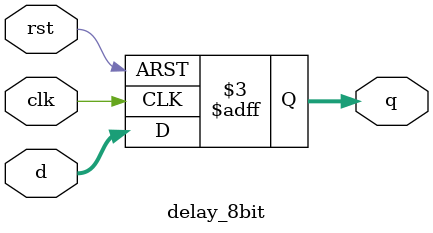
<source format=v>

`timescale 1ns/10ps
module delay_8bit(d,clk,rst,q);
  input [1:8] d;
  input rst, clk;
  output [1:8] q;
  reg [1:8] q;
  always @(posedge clk or negedge rst)
      begin
        if(!rst) 
           begin
             q <= 8'b0;
           end
        else 
           begin
             q <= d;
           end
      end
endmodule
</source>
